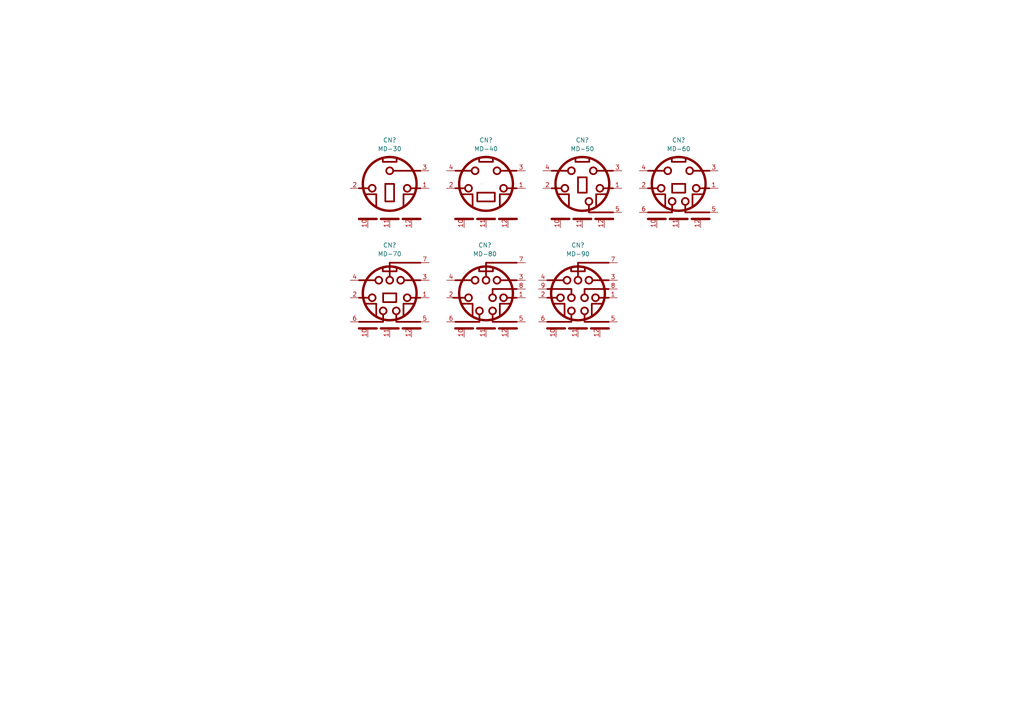
<source format=kicad_sch>
(kicad_sch (version 20211123) (generator eeschema)
  (paper "A4")
  (lib_symbols
    (symbol "mdconnector:MD-30"
      (property "Reference" "CN" (at 0 10.16 0))
      (property "Value" "MD-30" (at 0 -13.97 0))
      (symbol "MD-30_0_1"
        (circle (center -5.08 -1.27) (radius 1) (stroke (width 0.5)))
        (rectangle (start -1.27 0) (end -1.27 0))
        (rectangle (start -1.27 0) (end 1.27 -5.08) (stroke (width 0.5)))
        (polyline (pts (xy -8.89 -10.16) (xy -3.81 -10.16)) (stroke (width 0.7)))
        (polyline (pts (xy -8.89 -1.27) (xy -6.35 -1.27)) (stroke (width 0.5)))
        (polyline (pts (xy -2.54 -10.16) (xy 2.54 -10.16)) (stroke (width 0.7)))
        (polyline (pts (xy 1.27 3.81) (xy 8.89 3.81)) (stroke (width 0.5)))
        (polyline (pts (xy 3.81 -10.16) (xy 8.89 -10.16)) (stroke (width 0.7)))
        (polyline (pts (xy 6.35 -1.27) (xy 8.88 -1.27)) (stroke (width 0.5)))
        (polyline (pts (xy -7.2 -3) (xy -3.9 -3) (xy -3.9 -6.7)) (stroke (width 0.5)))
        (polyline (pts (xy 7.2 -3) (xy 4 -3) (xy 4 -6.7)) (stroke (width 0.5)))
        (polyline (pts (xy -2 7.4) (xy -2 6.4) (xy 2 6.4) (xy 2 7.4)) (stroke (width 0.5)))
        (circle (center 0 0) (radius 7.8) (stroke (width 0.7)))
        (circle (center 0 3.81) (radius 1) (stroke (width 0.5)))
        (circle (center 5.08 -1.27) (radius 1) (stroke (width 0.5)))
      )
      (symbol "MD-30_1_1"
        (pin passive line (at 11.43 -1.27 180) (length 2.54) (name "") (number "1"))
        (pin passive line (at -6.35 -12.7 90) (length 2.54) (name "") (number "10"))
        (pin passive line (at 0 -12.7 90) (length 2.54) (name "") (number "11"))
        (pin passive line (at 6.35 -12.7 90) (length 2.54) (name "") (number "12"))
        (pin passive line (at -11.43 -1.27 0) (length 2.54) (name "") (number "2"))
        (pin passive line (at 11.43 3.81 180) (length 2.54) (name "") (number "3"))
      )
    )
    (symbol "mdconnector:MD-40"
      (property "Reference" "CN" (at 0 10.16 0))
      (property "Value" "MD-40" (at 0 -12.7 0))
      (symbol "MD-40_0_1"
        (circle (center -5.08 -1.27) (radius 1) (stroke (width 0.5)))
        (circle (center -3.175 3.81) (radius 1) (stroke (width 0.5)))
        (rectangle (start -2.54 -2.54) (end 2.54 -5.08) (stroke (width 0.5)))
        (rectangle (start -1.27 0) (end -1.27 0))
        (polyline (pts (xy -8.89 -10.16) (xy -3.81 -10.16)) (stroke (width 0.7)))
        (polyline (pts (xy -8.89 -1.27) (xy -6.35 -1.27)) (stroke (width 0.5)))
        (polyline (pts (xy -8.89 3.81) (xy -4.445 3.81)) (stroke (width 0.5)))
        (polyline (pts (xy -2.54 -10.16) (xy 2.54 -10.16)) (stroke (width 0.7)))
        (polyline (pts (xy 3.81 -10.16) (xy 8.89 -10.16)) (stroke (width 0.7)))
        (polyline (pts (xy 4.445 3.81) (xy 8.89 3.81)) (stroke (width 0.5)))
        (polyline (pts (xy 6.35 -1.27) (xy 8.88 -1.27)) (stroke (width 0.5)))
        (polyline (pts (xy -7.2 -3) (xy -3.9 -3) (xy -3.9 -6.7)) (stroke (width 0.5)))
        (polyline (pts (xy 7.2 -3) (xy 4 -3) (xy 4 -6.7)) (stroke (width 0.5)))
        (polyline (pts (xy -2 7.4) (xy -2 6.4) (xy 2 6.4) (xy 2 7.4)) (stroke (width 0.5)))
        (circle (center 0 0) (radius 7.8) (stroke (width 0.7)))
        (circle (center 3.175 3.81) (radius 1) (stroke (width 0.5)))
        (circle (center 5.08 -1.27) (radius 1) (stroke (width 0.5)))
      )
      (symbol "MD-40_1_1"
        (pin passive line (at 11.43 -1.27 180) (length 2.54) (name "") (number "1"))
        (pin passive line (at -6.35 -12.7 90) (length 2.54) (name "") (number "10"))
        (pin passive line (at 0 -12.7 90) (length 2.54) (name "") (number "11"))
        (pin passive line (at 6.35 -12.7 90) (length 2.54) (name "") (number "12"))
        (pin passive line (at -11.43 -1.27 0) (length 2.54) (name "") (number "2"))
        (pin passive line (at 11.43 3.81 180) (length 2.54) (name "") (number "3"))
        (pin passive line (at -11.43 3.81 0) (length 2.54) (name "") (number "4"))
      )
    )
    (symbol "mdconnector:MD-50"
      (property "Reference" "CN" (at 0 10.16 0))
      (property "Value" "MD-50" (at 0 -10.16 0))
      (symbol "MD-50_0_1"
        (circle (center -5.08 -1.27) (radius 1) (stroke (width 0.5)))
        (circle (center -3.175 3.81) (radius 1) (stroke (width 0.5)))
        (rectangle (start -1.27 0) (end -1.27 0))
        (rectangle (start -1.27 1.905) (end 1.27 -2.54) (stroke (width 0.5)))
        (polyline (pts (xy -8.89 -10.16) (xy -3.81 -10.16)) (stroke (width 0.7)))
        (polyline (pts (xy -8.89 -1.27) (xy -6.35 -1.27)) (stroke (width 0.5)))
        (polyline (pts (xy -8.89 3.81) (xy -4.445 3.81)) (stroke (width 0.5)))
        (polyline (pts (xy -2.54 -10.16) (xy 2.54 -10.16)) (stroke (width 0.7)))
        (polyline (pts (xy 3.81 -10.16) (xy 8.89 -10.16)) (stroke (width 0.7)))
        (polyline (pts (xy 4.445 3.81) (xy 8.89 3.81)) (stroke (width 0.5)))
        (polyline (pts (xy 6.35 -1.27) (xy 8.88 -1.27)) (stroke (width 0.5)))
        (polyline (pts (xy -7.2 -3) (xy -3.9 -3) (xy -3.9 -6.7)) (stroke (width 0.5)))
        (polyline (pts (xy 1.905 -6.35) (xy 1.905 -8.255) (xy 8.89 -8.255)) (stroke (width 0.5)))
        (polyline (pts (xy 7.2 -3) (xy 4 -3) (xy 4 -6.7)) (stroke (width 0.5)))
        (polyline (pts (xy -2 7.4) (xy -2 6.4) (xy 2 6.4) (xy 2 7.4)) (stroke (width 0.5)))
        (circle (center 0 0) (radius 7.8) (stroke (width 0.7)))
        (circle (center 1.905 -5.08) (radius 1) (stroke (width 0.5)))
        (circle (center 3.175 3.81) (radius 1) (stroke (width 0.5)))
        (circle (center 5.08 -1.27) (radius 1) (stroke (width 0.5)))
      )
      (symbol "MD-50_1_1"
        (pin passive line (at 11.43 -1.27 180) (length 2.54) (name "") (number "1"))
        (pin passive line (at -6.35 -12.7 90) (length 2.54) (name "") (number "10"))
        (pin passive line (at 0 -12.7 90) (length 2.54) (name "") (number "11"))
        (pin passive line (at 6.35 -12.7 90) (length 2.54) (name "") (number "12"))
        (pin passive line (at -11.43 -1.27 0) (length 2.54) (name "") (number "2"))
        (pin passive line (at 11.43 3.81 180) (length 2.54) (name "") (number "3"))
        (pin passive line (at -11.43 3.81 0) (length 2.54) (name "") (number "4"))
        (pin passive line (at 11.43 -8.255 180) (length 2.54) (name "") (number "5"))
      )
    )
    (symbol "mdconnector:MD-60"
      (property "Reference" "CN" (at 0 10.16 0))
      (property "Value" "MD-60" (at 0 -13.97 0))
      (symbol "MD-60_0_1"
        (circle (center -5.08 -1.27) (radius 1) (stroke (width 0.5)))
        (circle (center -3.175 3.81) (radius 1) (stroke (width 0.5)))
        (circle (center -1.905 -5.08) (radius 1) (stroke (width 0.5)))
        (rectangle (start -1.905 0) (end 1.905 -2.54) (stroke (width 0.5)))
        (rectangle (start -1.27 0) (end -1.27 0))
        (polyline (pts (xy -8.89 -10.16) (xy -3.81 -10.16)) (stroke (width 0.7)))
        (polyline (pts (xy -8.89 -1.27) (xy -6.35 -1.27)) (stroke (width 0.5)))
        (polyline (pts (xy -8.89 3.81) (xy -4.445 3.81)) (stroke (width 0.5)))
        (polyline (pts (xy -2.54 -10.16) (xy 2.54 -10.16)) (stroke (width 0.7)))
        (polyline (pts (xy 3.81 -10.16) (xy 8.89 -10.16)) (stroke (width 0.7)))
        (polyline (pts (xy 4.445 3.81) (xy 8.89 3.81)) (stroke (width 0.5)))
        (polyline (pts (xy 6.35 -1.27) (xy 8.88 -1.27)) (stroke (width 0.5)))
        (polyline (pts (xy -7.2 -3) (xy -3.9 -3) (xy -3.9 -6.7)) (stroke (width 0.5)))
        (polyline (pts (xy -1.905 -6.35) (xy -1.905 -8.255) (xy -8.89 -8.255)) (stroke (width 0.5)))
        (polyline (pts (xy 1.905 -6.35) (xy 1.905 -8.255) (xy 8.89 -8.255)) (stroke (width 0.5)))
        (polyline (pts (xy 7.2 -3) (xy 4 -3) (xy 4 -6.7)) (stroke (width 0.5)))
        (polyline (pts (xy -2 7.4) (xy -2 6.4) (xy 2 6.4) (xy 2 7.4)) (stroke (width 0.5)))
        (circle (center 0 0) (radius 7.8) (stroke (width 0.7)))
        (circle (center 1.905 -5.08) (radius 1) (stroke (width 0.5)))
        (circle (center 3.175 3.81) (radius 1) (stroke (width 0.5)))
        (circle (center 5.08 -1.27) (radius 1) (stroke (width 0.5)))
      )
      (symbol "MD-60_1_1"
        (pin passive line (at 11.43 -1.27 180) (length 2.54) (name "") (number "1"))
        (pin passive line (at -6.35 -12.7 90) (length 2.54) (name "") (number "10"))
        (pin passive line (at 0 -12.7 90) (length 2.54) (name "") (number "11"))
        (pin passive line (at 6.35 -12.7 90) (length 2.54) (name "") (number "12"))
        (pin passive line (at -11.43 -1.27 0) (length 2.54) (name "") (number "2"))
        (pin passive line (at 11.43 3.81 180) (length 2.54) (name "") (number "3"))
        (pin passive line (at -11.43 3.81 0) (length 2.54) (name "") (number "4"))
        (pin passive line (at 11.43 -8.255 180) (length 2.54) (name "") (number "5"))
        (pin passive line (at -11.43 -8.255 0) (length 2.54) (name "") (number "6"))
      )
    )
    (symbol "mdconnector:MD-70"
      (property "Reference" "CN" (at 0 10.16 0))
      (property "Value" "MD-70" (at 0 -13.97 0))
      (symbol "MD-70_0_1"
        (circle (center -5.08 -1.27) (radius 1) (stroke (width 0.5)))
        (circle (center -3.175 3.81) (radius 1) (stroke (width 0.5)))
        (circle (center -1.905 -5.08) (radius 1) (stroke (width 0.5)))
        (rectangle (start -1.905 0) (end 1.905 -2.54) (stroke (width 0.5)))
        (rectangle (start -1.27 0) (end -1.27 0))
        (polyline (pts (xy -8.89 -10.16) (xy -3.81 -10.16)) (stroke (width 0.7)))
        (polyline (pts (xy -8.89 -1.27) (xy -6.35 -1.27)) (stroke (width 0.5)))
        (polyline (pts (xy -8.89 3.81) (xy -4.445 3.81)) (stroke (width 0.5)))
        (polyline (pts (xy -2.54 -10.16) (xy 2.54 -10.16)) (stroke (width 0.7)))
        (polyline (pts (xy 3.81 -10.16) (xy 8.89 -10.16)) (stroke (width 0.7)))
        (polyline (pts (xy 4.445 3.81) (xy 8.89 3.81)) (stroke (width 0.5)))
        (polyline (pts (xy 6.35 -1.27) (xy 8.88 -1.27)) (stroke (width 0.5)))
        (polyline (pts (xy -7.2 -3) (xy -3.9 -3) (xy -3.9 -6.7)) (stroke (width 0.5)))
        (polyline (pts (xy -1.905 -6.35) (xy -1.905 -8.255) (xy -8.89 -8.255)) (stroke (width 0.5)))
        (polyline (pts (xy 0 5.08) (xy 0 8.89) (xy 8.89 8.89)) (stroke (width 0.5)))
        (polyline (pts (xy 1.905 -6.35) (xy 1.905 -8.255) (xy 8.89 -8.255)) (stroke (width 0.5)))
        (polyline (pts (xy 7.2 -3) (xy 4 -3) (xy 4 -6.7)) (stroke (width 0.5)))
        (polyline (pts (xy -2 7.4) (xy -2 6.4) (xy 2 6.4) (xy 2 7.4)) (stroke (width 0.5)))
        (circle (center 0 0) (radius 7.8) (stroke (width 0.7)))
        (circle (center 0 3.81) (radius 1) (stroke (width 0.5)))
        (circle (center 1.905 -5.08) (radius 1) (stroke (width 0.5)))
        (circle (center 3.175 3.81) (radius 1) (stroke (width 0.5)))
        (circle (center 5.08 -1.27) (radius 1) (stroke (width 0.5)))
      )
      (symbol "MD-70_1_1"
        (pin passive line (at 11.43 -1.27 180) (length 2.54) (name "") (number "1"))
        (pin passive line (at -6.35 -12.7 90) (length 2.54) (name "") (number "10"))
        (pin passive line (at 0 -12.7 90) (length 2.54) (name "") (number "11"))
        (pin passive line (at 6.35 -12.7 90) (length 2.54) (name "") (number "12"))
        (pin passive line (at -11.43 -1.27 0) (length 2.54) (name "") (number "2"))
        (pin passive line (at 11.43 3.81 180) (length 2.54) (name "") (number "3"))
        (pin passive line (at -11.43 3.81 0) (length 2.54) (name "") (number "4"))
        (pin passive line (at 11.43 -8.255 180) (length 2.54) (name "") (number "5"))
        (pin passive line (at -11.43 -8.255 0) (length 2.54) (name "") (number "6"))
        (pin passive line (at 11.43 8.89 180) (length 2.54) (name "") (number "7"))
      )
    )
    (symbol "mdconnector:MD-80"
      (property "Reference" "CN" (at 0 10.16 0))
      (property "Value" "MD-80" (at 0 -13.97 0))
      (symbol "MD-80_0_1"
        (circle (center -5.08 -1.27) (radius 1) (stroke (width 0.5)))
        (circle (center -3.175 3.81) (radius 1) (stroke (width 0.5)))
        (circle (center -1.905 -5.08) (radius 1) (stroke (width 0.5)))
        (rectangle (start -1.27 0) (end -1.27 0))
        (polyline (pts (xy -9.525 -1.27) (xy -6.35 -1.27)) (stroke (width 0.5)))
        (polyline (pts (xy -8.89 -10.16) (xy -3.81 -10.16)) (stroke (width 0.7)))
        (polyline (pts (xy -8.89 3.81) (xy -4.445 3.81)) (stroke (width 0.5)))
        (polyline (pts (xy -2.54 -10.16) (xy 2.54 -10.16)) (stroke (width 0.7)))
        (polyline (pts (xy 3.81 -10.16) (xy 8.89 -10.16)) (stroke (width 0.7)))
        (polyline (pts (xy 4.445 3.81) (xy 8.89 3.81)) (stroke (width 0.5)))
        (polyline (pts (xy 6.35 -1.27) (xy 8.88 -1.27)) (stroke (width 0.5)))
        (polyline (pts (xy -7.2 -3) (xy -3.9 -3) (xy -3.9 -6.7)) (stroke (width 0.5)))
        (polyline (pts (xy -1.905 -6.35) (xy -1.905 -8.255) (xy -8.89 -8.255)) (stroke (width 0.5)))
        (polyline (pts (xy 0 5.08) (xy 0 8.89) (xy 8.89 8.89)) (stroke (width 0.5)))
        (polyline (pts (xy 1.905 -6.35) (xy 1.905 -8.255) (xy 8.89 -8.255)) (stroke (width 0.5)))
        (polyline (pts (xy 1.905 0) (xy 1.905 1.27) (xy 8.89 1.27)) (stroke (width 0.5)))
        (polyline (pts (xy 7.2 -3) (xy 4 -3) (xy 4 -6.7)) (stroke (width 0.5)))
        (polyline (pts (xy -2 7.4) (xy -2 6.4) (xy 2 6.4) (xy 2 7.4)) (stroke (width 0.5)))
        (circle (center 0 0) (radius 7.8) (stroke (width 0.7)))
        (circle (center 0 3.81) (radius 1) (stroke (width 0.5)))
        (circle (center 1.905 -5.08) (radius 1) (stroke (width 0.5)))
        (circle (center 1.905 -1.27) (radius 1) (stroke (width 0.5)))
        (circle (center 3.175 3.81) (radius 1) (stroke (width 0.5)))
        (circle (center 5.08 -1.27) (radius 1) (stroke (width 0.5)))
      )
      (symbol "MD-80_1_1"
        (pin passive line (at 11.43 -1.27 180) (length 2.54) (name "") (number "1"))
        (pin passive line (at -6.35 -12.7 90) (length 2.54) (name "") (number "10"))
        (pin passive line (at 0 -12.7 90) (length 2.54) (name "") (number "11"))
        (pin passive line (at 6.35 -12.7 90) (length 2.54) (name "") (number "12"))
        (pin passive line (at -11.43 -1.27 0) (length 2.54) (name "") (number "2"))
        (pin passive line (at 11.43 3.81 180) (length 2.54) (name "") (number "3"))
        (pin passive line (at -11.43 3.81 0) (length 2.54) (name "") (number "4"))
        (pin passive line (at 11.43 -8.255 180) (length 2.54) (name "") (number "5"))
        (pin passive line (at -11.43 -8.255 0) (length 2.54) (name "") (number "6"))
        (pin passive line (at 11.43 8.89 180) (length 2.54) (name "") (number "7"))
        (pin passive line (at 11.43 1.27 180) (length 2.54) (name "") (number "8"))
      )
    )
    (symbol "mdconnector:MD-90"
      (property "Reference" "CN" (at 0 10.16 0))
      (property "Value" "MD-90" (at 0 -13.97 0))
      (symbol "MD-90_0_1"
        (circle (center -5.08 -1.27) (radius 1) (stroke (width 0.5)))
        (circle (center -3.175 3.81) (radius 1) (stroke (width 0.5)))
        (circle (center -1.905 -5.08) (radius 1) (stroke (width 0.5)))
        (circle (center -1.905 -1.27) (radius 1) (stroke (width 0.5)))
        (rectangle (start -1.27 0) (end -1.27 0))
        (polyline (pts (xy -8.89 -10.16) (xy -3.81 -10.16)) (stroke (width 0.7)))
        (polyline (pts (xy -8.89 -1.27) (xy -6.35 -1.27)) (stroke (width 0.5)))
        (polyline (pts (xy -8.89 3.81) (xy -4.445 3.81)) (stroke (width 0.5)))
        (polyline (pts (xy -2.54 -10.16) (xy 2.54 -10.16)) (stroke (width 0.7)))
        (polyline (pts (xy 3.81 -10.16) (xy 8.89 -10.16)) (stroke (width 0.7)))
        (polyline (pts (xy 4.445 3.81) (xy 8.89 3.81)) (stroke (width 0.5)))
        (polyline (pts (xy 6.35 -1.27) (xy 8.88 -1.27)) (stroke (width 0.5)))
        (polyline (pts (xy -7.2 -3) (xy -3.9 -3) (xy -3.9 -6.7)) (stroke (width 0.5)))
        (polyline (pts (xy -1.905 -6.35) (xy -1.905 -8.255) (xy -8.89 -8.255)) (stroke (width 0.5)))
        (polyline (pts (xy -1.905 0) (xy -1.905 1.27) (xy -8.89 1.27)) (stroke (width 0.5)))
        (polyline (pts (xy 0 5.08) (xy 0 8.89) (xy 8.89 8.89)) (stroke (width 0.5)))
        (polyline (pts (xy 1.905 -6.35) (xy 1.905 -8.255) (xy 8.89 -8.255)) (stroke (width 0.5)))
        (polyline (pts (xy 1.905 0) (xy 1.905 1.27) (xy 8.89 1.27)) (stroke (width 0.5)))
        (polyline (pts (xy 7.2 -3) (xy 4 -3) (xy 4 -6.7)) (stroke (width 0.5)))
        (polyline (pts (xy -2 7.4) (xy -2 6.4) (xy 2 6.4) (xy 2 7.4)) (stroke (width 0.5)))
        (circle (center 0 0) (radius 7.8) (stroke (width 0.7)))
        (circle (center 0 3.81) (radius 1) (stroke (width 0.5)))
        (circle (center 1.905 -5.08) (radius 1) (stroke (width 0.5)))
        (circle (center 1.905 -1.27) (radius 1) (stroke (width 0.5)))
        (circle (center 3.175 3.81) (radius 1) (stroke (width 0.5)))
        (circle (center 5.08 -1.27) (radius 1) (stroke (width 0.5)))
      )
      (symbol "MD-90_1_1"
        (pin passive line (at 11.43 -1.27 180) (length 2.54) (name "") (number "1"))
        (pin passive line (at -6.35 -12.7 90) (length 2.54) (name "") (number "10"))
        (pin passive line (at 0 -12.7 90) (length 2.54) (name "") (number "11"))
        (pin passive line (at 6.35 -12.7 90) (length 2.54) (name "") (number "12"))
        (pin passive line (at -11.43 -1.27 0) (length 2.54) (name "") (number "2"))
        (pin passive line (at 11.43 3.81 180) (length 2.54) (name "") (number "3"))
        (pin passive line (at -11.43 3.81 0) (length 2.54) (name "") (number "4"))
        (pin passive line (at 11.43 -8.255 180) (length 2.54) (name "") (number "5"))
        (pin passive line (at -11.43 -8.255 0) (length 2.54) (name "") (number "6"))
        (pin passive line (at 11.43 8.89 180) (length 2.54) (name "") (number "7"))
        (pin passive line (at 11.43 1.27 180) (length 2.54) (name "") (number "8"))
        (pin passive line (at -11.43 1.27 0) (length 2.54) (name "") (number "9"))
      )
    )
  )
  (symbol (lib_id "mdconnector:MD-50") (at 168.91 53.34 0) (unit 1)
    (property "Reference" "CN?" (at 168.91 40.64 0))
    (property "Value" "MD-50" (at 168.91 43.18 0))
  )
  (symbol (lib_id "mdconnector:MD-40") (at 140.97 53.34 0) (unit 1)
    (property "Reference" "CN?" (at 140.97 40.64 0))
    (property "Value" "MD-40" (at 140.97 43.18 0))
  )
  (symbol (lib_id "mdconnector:MD-30") (at 113.03 53.34 0) (unit 1)
    (property "Reference" "CN?" (at 113.03 40.64 0))
    (property "Value" "MD-30" (at 113.03 43.18 0))
  )
  (symbol (lib_id "mdconnector:MD-90") (at 167.64 85.09 0) (unit 1)
    (property "Reference" "CN?" (at 167.64 71.12 0))
    (property "Value" "MD-90" (at 167.64 73.66 0))
  )
  (symbol (lib_id "mdconnector:MD-70") (at 113.03 85.09 0) (unit 1)
    (property "Reference" "CN?" (at 113.03 71.12 0))
    (property "Value" "MD-70" (at 113.03 73.66 0))
  )
  (symbol (lib_id "mdconnector:MD-80") (at 140.97 85.09 0) (unit 1)
    (property "Reference" "CN?" (at 140.6525 71.12 0))
    (property "Value" "MD-80" (at 140.6525 73.66 0))
  )
  (symbol (lib_id "mdconnector:MD-60") (at 196.85 53.34 0) (unit 1)
    (property "Reference" "CN?" (at 196.85 40.64 0))
    (property "Value" "MD-60" (at 196.85 43.18 0))
  )
)
</source>
